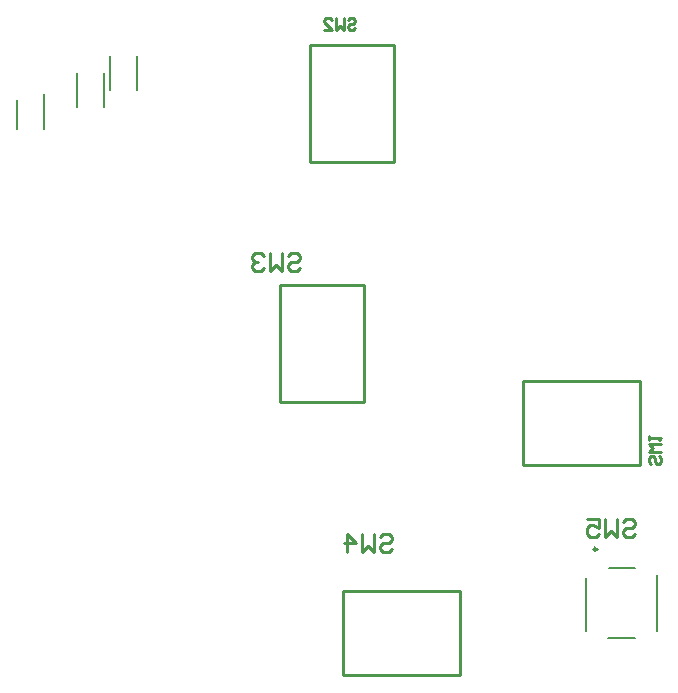
<source format=gbr>
%FSTAX23Y23*%
%MOMM*%
%SFA1B1*%

%IPPOS*%
%ADD31C,0.250000*%
%ADD32C,0.200000*%
%ADD33C,0.253999*%
%LNthrottlerlidpcb_legend_bot-1*%
%LPD*%
G54D31*
X-02124Y04549D02*
D01*
D01*
G75*
G03X-02374I-00125J0D01*
G74*G01*
D01*
G75*
G03X-02124I00124J0D01*
G74*G01*
G54D32*
X-51166Y40154D02*
Y42602D01*
X-48909Y40154D02*
Y4307D01*
X-43829Y41975D02*
Y44892D01*
X-46086Y41975D02*
Y44892D01*
X-01126Y-02999D02*
X01126D01*
X02999Y-02377D02*
Y02377D01*
X-02999Y-02377D02*
Y02099D01*
X-01099Y02999D02*
X01126D01*
X-43325Y43399D02*
Y46315D01*
X-41069Y43399D02*
Y46315D01*
G54D33*
X-26416Y37338D02*
X-19304D01*
X-28956Y26924D02*
X-21844D01*
X-26416Y37338D02*
Y47244D01*
X-19304Y37338D02*
Y47244D01*
X-28956Y17018D02*
Y26924D01*
X-21844Y17018D02*
Y26924D01*
X-28956Y17018D02*
X-21844D01*
X-26416Y47244D02*
X-19304D01*
X01524Y11684D02*
Y18796D01*
X-23622Y01016D02*
X-13716D01*
Y-06096D02*
Y01016D01*
X-23622Y-06096D02*
Y01016D01*
Y-06096D02*
X-13716D01*
X-08382Y18796D02*
X01524D01*
X-08382Y11684D02*
Y18796D01*
Y11684D02*
X01524D01*
X00081Y06829D02*
X00335Y07083D01*
X00843*
X01097Y06829*
Y06575*
X00843Y06321*
X00335*
X00081Y06067*
Y05813*
X00335Y05559*
X00843*
X01097Y05813*
X-00426Y07083D02*
Y05559D01*
X-00933Y06067*
X-01441Y05559*
Y07083*
X-02965D02*
X-01949D01*
Y06321*
X-02457Y06575*
X-02711*
X-02965Y06321*
Y05813*
X-02711Y05559*
X-02203*
X-01949Y05813*
X-20441Y0561D02*
X-20187Y05864D01*
X-19679*
X-19425Y0561*
Y05356*
X-19679Y05102*
X-20187*
X-20441Y04848*
Y04594*
X-20187Y0434*
X-19679*
X-19425Y04594*
X-20949Y05864D02*
Y0434D01*
X-21457Y04848*
X-21965Y0434*
Y05864*
X-23234Y0434D02*
Y05864D01*
X-22472Y05102*
X-23488*
X-28213Y29409D02*
X-2796Y29663D01*
X-27452*
X-27198Y29409*
Y29156*
X-27452Y28902*
X-2796*
X-28213Y28648*
Y28394*
X-2796Y2814*
X-27452*
X-27198Y28394*
X-28721Y29663D02*
Y2814D01*
X-29229Y28648*
X-29737Y2814*
Y29663*
X-30245Y29409D02*
X-30499Y29663D01*
X-31007*
X-3126Y29409*
Y29156*
X-31007Y28902*
X-30753*
X-31007*
X-3126Y28648*
Y28394*
X-31007Y2814*
X-30499*
X-30245Y28394*
X-23209Y49355D02*
X-23042Y49521D01*
X-22709*
X-22543Y49355*
Y49188*
X-22709Y49022*
X-23042*
X-23209Y48855*
Y48688*
X-23042Y48522*
X-22709*
X-22543Y48688*
X-23542Y49521D02*
Y48522D01*
X-23876Y48855*
X-24209Y48522*
Y49521*
X-25208Y48522D02*
X-24542D01*
X-25208Y49188*
Y49355*
X-25042Y49521*
X-24709*
X-24542Y49355*
X03127Y12454D02*
X03293Y12287D01*
Y11954*
X03127Y11787*
X0296*
X02794Y11954*
Y12287*
X02627Y12454*
X0246*
X02294Y12287*
Y11954*
X0246Y11787*
X03293Y12787D02*
X02294D01*
X02627Y1312*
X02294Y13453*
X03293*
X02294Y13787D02*
Y1412D01*
Y13953*
X03293*
X03127Y13787*
M02*
</source>
